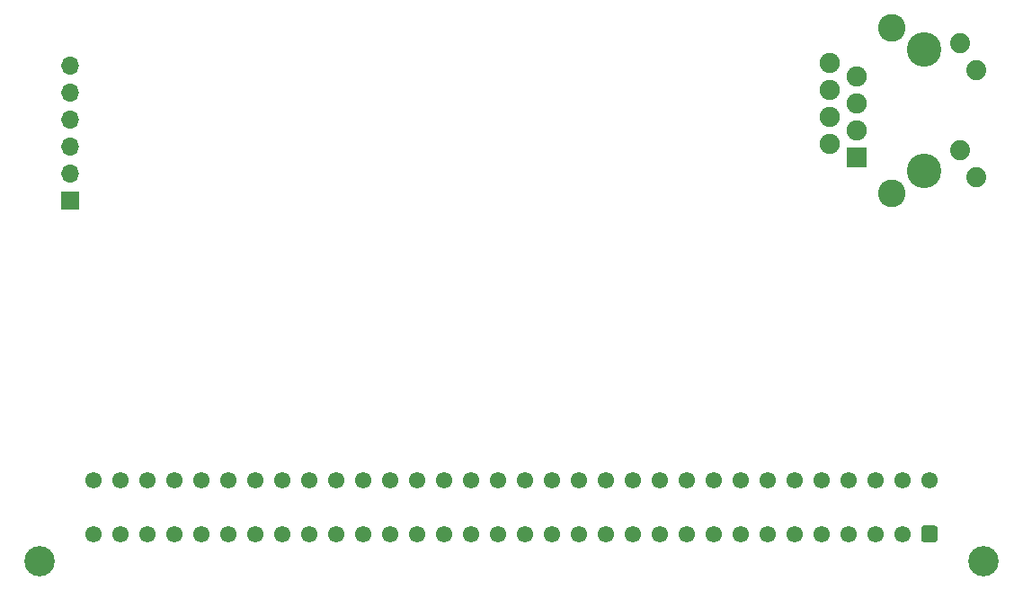
<source format=gbs>
G04 #@! TF.GenerationSoftware,KiCad,Pcbnew,(5.1.10)-1*
G04 #@! TF.CreationDate,2021-07-30T10:28:04+01:00*
G04 #@! TF.ProjectId,Eth8019,45746838-3031-4392-9e6b-696361645f70,rev?*
G04 #@! TF.SameCoordinates,Original*
G04 #@! TF.FileFunction,Soldermask,Bot*
G04 #@! TF.FilePolarity,Negative*
%FSLAX46Y46*%
G04 Gerber Fmt 4.6, Leading zero omitted, Abs format (unit mm)*
G04 Created by KiCad (PCBNEW (5.1.10)-1) date 2021-07-30 10:28:04*
%MOMM*%
%LPD*%
G01*
G04 APERTURE LIST*
%ADD10C,3.250000*%
%ADD11C,2.600000*%
%ADD12C,1.890000*%
%ADD13C,1.900000*%
%ADD14R,1.900000X1.900000*%
%ADD15O,1.700000X1.700000*%
%ADD16R,1.700000X1.700000*%
%ADD17C,1.550000*%
%ADD18C,2.850000*%
G04 APERTURE END LIST*
D10*
X188898000Y-99212000D03*
X188898000Y-110642000D03*
D11*
X185848000Y-97152000D03*
X185848000Y-112702000D03*
D12*
X193798000Y-111252000D03*
X192278000Y-108712000D03*
X193798000Y-101142000D03*
X192278000Y-98602000D03*
D13*
X180018000Y-100482000D03*
X182558000Y-101752000D03*
X180018000Y-103022000D03*
X182558000Y-104292000D03*
X180018000Y-105562000D03*
X182558000Y-106832000D03*
X180018000Y-108102000D03*
D14*
X182558000Y-109372000D03*
D15*
X108458000Y-100711000D03*
X108458000Y-103251000D03*
X108458000Y-105791000D03*
X108458000Y-108331000D03*
X108458000Y-110871000D03*
D16*
X108458000Y-113411000D03*
D17*
X110688000Y-139708000D03*
X113228000Y-139708000D03*
X115768000Y-139708000D03*
X118308000Y-139708000D03*
X120848000Y-139708000D03*
X123388000Y-139708000D03*
X125928000Y-139708000D03*
X128468000Y-139708000D03*
X131008000Y-139708000D03*
X133548000Y-139708000D03*
X136088000Y-139708000D03*
X138628000Y-139708000D03*
X141168000Y-139708000D03*
X143708000Y-139708000D03*
X146248000Y-139708000D03*
X148788000Y-139708000D03*
X151328000Y-139708000D03*
X153868000Y-139708000D03*
X156408000Y-139708000D03*
X158948000Y-139708000D03*
X161488000Y-139708000D03*
X164028000Y-139708000D03*
X166568000Y-139708000D03*
X169108000Y-139708000D03*
X171648000Y-139708000D03*
X174188000Y-139708000D03*
X176728000Y-139708000D03*
X179268000Y-139708000D03*
X181808000Y-139708000D03*
X184348000Y-139708000D03*
X186888000Y-139708000D03*
X189428000Y-139708000D03*
X110688000Y-144788000D03*
X113228000Y-144788000D03*
X115768000Y-144788000D03*
X118308000Y-144788000D03*
X120848000Y-144788000D03*
X123388000Y-144788000D03*
X125928000Y-144788000D03*
X128468000Y-144788000D03*
X131008000Y-144788000D03*
X133548000Y-144788000D03*
X136088000Y-144788000D03*
X138628000Y-144788000D03*
X141168000Y-144788000D03*
X143708000Y-144788000D03*
X146248000Y-144788000D03*
X148788000Y-144788000D03*
X151328000Y-144788000D03*
X153868000Y-144788000D03*
X156408000Y-144788000D03*
X158948000Y-144788000D03*
X161488000Y-144788000D03*
X164028000Y-144788000D03*
X166568000Y-144788000D03*
X169108000Y-144788000D03*
X171648000Y-144788000D03*
X174188000Y-144788000D03*
X176728000Y-144788000D03*
X179268000Y-144788000D03*
X181808000Y-144788000D03*
X184348000Y-144788000D03*
X186888000Y-144788000D03*
G36*
G01*
X190203000Y-144262998D02*
X190203000Y-145313002D01*
G75*
G02*
X189953002Y-145563000I-249998J0D01*
G01*
X188902998Y-145563000D01*
G75*
G02*
X188653000Y-145313002I0J249998D01*
G01*
X188653000Y-144262998D01*
G75*
G02*
X188902998Y-144013000I249998J0D01*
G01*
X189953002Y-144013000D01*
G75*
G02*
X190203000Y-144262998I0J-249998D01*
G01*
G37*
D18*
X105608000Y-147328000D03*
X194508000Y-147328000D03*
M02*

</source>
